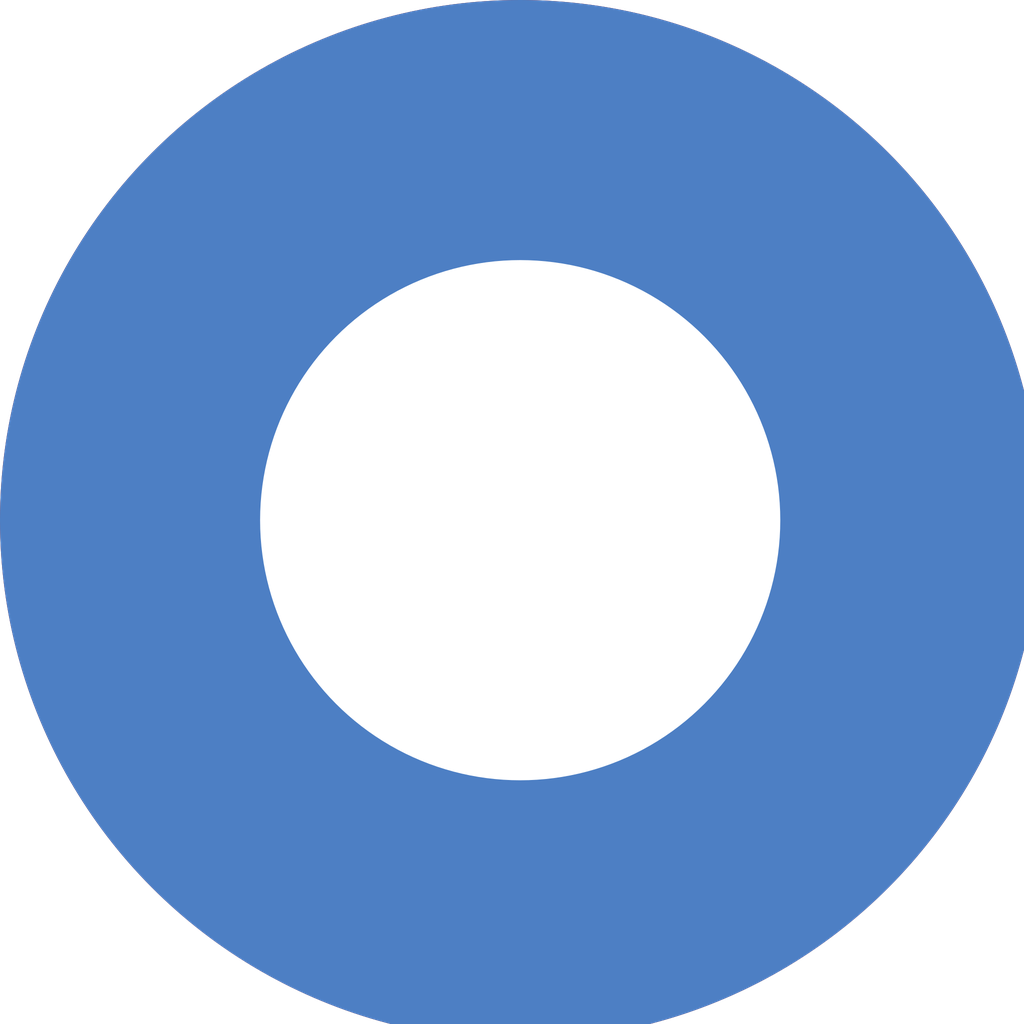
<source format=kicad_pcb>
(kicad_pcb (version 20221018) (generator pcbnew)

  (general
    (thickness 1.6)
  )

  (paper "A4")
  (layers
    (0 "F.Cu" signal)
    (31 "B.Cu" signal)
    (32 "B.Adhes" user "B.Adhesive")
    (33 "F.Adhes" user "F.Adhesive")
    (34 "B.Paste" user)
    (35 "F.Paste" user)
    (36 "B.SilkS" user "B.Silkscreen")
    (37 "F.SilkS" user "F.Silkscreen")
    (38 "B.Mask" user)
    (39 "F.Mask" user)
    (40 "Dwgs.User" user "User.Drawings")
    (41 "Cmts.User" user "User.Comments")
    (42 "Eco1.User" user "User.Eco1")
    (43 "Eco2.User" user "User.Eco2")
    (44 "Edge.Cuts" user)
    (45 "Margin" user)
    (46 "B.CrtYd" user "B.Courtyard")
    (47 "F.CrtYd" user "F.Courtyard")
    (48 "B.Fab" user)
    (49 "F.Fab" user)
    (50 "User.1" user)
    (51 "User.2" user)
    (52 "User.3" user)
    (53 "User.4" user)
    (54 "User.5" user)
    (55 "User.6" user)
    (56 "User.7" user)
    (57 "User.8" user)
    (58 "User.9" user)
  )

  (setup
    (pad_to_mask_clearance 0)
    (pcbplotparams
      (layerselection 0x00010fc_ffffffff)
      (plot_on_all_layers_selection 0x0000000_00000000)
      (disableapertmacros false)
      (usegerberextensions false)
      (usegerberattributes true)
      (usegerberadvancedattributes true)
      (creategerberjobfile true)
      (dashed_line_dash_ratio 12.000000)
      (dashed_line_gap_ratio 3.000000)
      (svgprecision 4)
      (plotframeref false)
      (viasonmask false)
      (mode 1)
      (useauxorigin false)
      (hpglpennumber 1)
      (hpglpenspeed 20)
      (hpglpendiameter 15.000000)
      (dxfpolygonmode true)
      (dxfimperialunits true)
      (dxfusepcbnewfont true)
      (psnegative false)
      (psa4output false)
      (plotreference true)
      (plotvalue true)
      (plotinvisibletext false)
      (sketchpadsonfab false)
      (subtractmaskfromsilk false)
      (outputformat 1)
      (mirror false)
      (drillshape 1)
      (scaleselection 1)
      (outputdirectory "")
    )
  )

  (net 0 "")

  (via (at 147.32 101.6) (size 0.8) (drill 0.4) (layers "F.Cu" "B.Cu") (net 0) (tstamp 964f8e19-a08b-4dc9-96d0-28cfe0a1e098))

)

</source>
